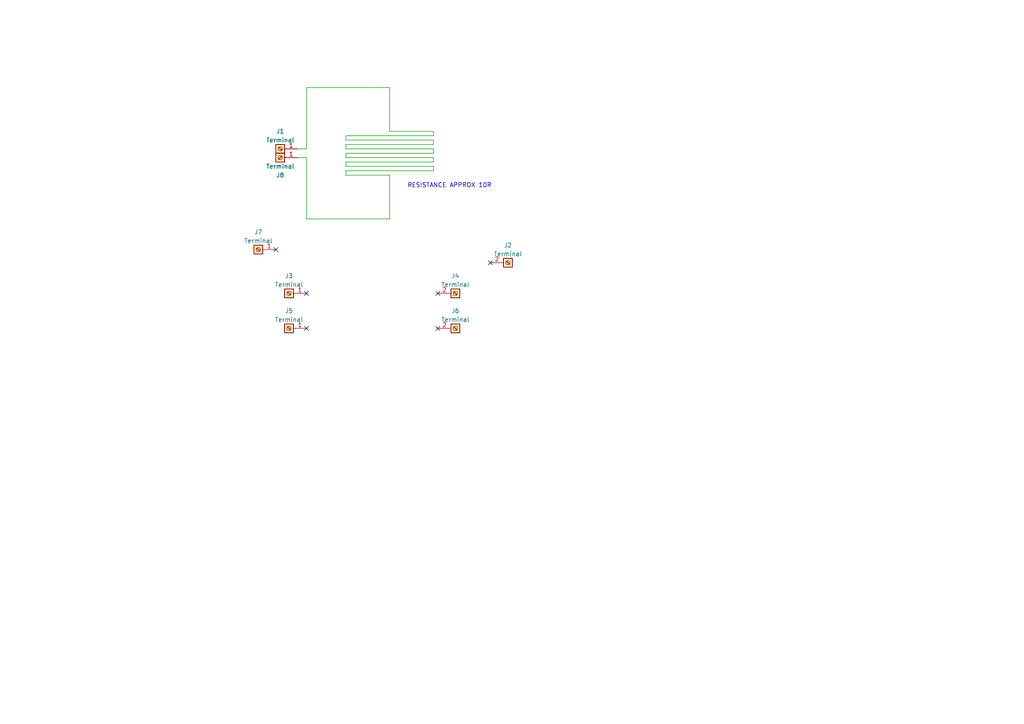
<source format=kicad_sch>
(kicad_sch (version 20230121) (generator eeschema)

  (uuid d039ca9c-7582-4388-9d8d-82324308280b)

  (paper "A4")

  (lib_symbols
    (symbol "Connector:Screw_Terminal_01x01" (pin_names (offset 1.016) hide) (in_bom yes) (on_board yes)
      (property "Reference" "J" (at 0 2.54 0)
        (effects (font (size 1.27 1.27)))
      )
      (property "Value" "Screw_Terminal_01x01" (at 0 -2.54 0)
        (effects (font (size 1.27 1.27)))
      )
      (property "Footprint" "" (at 0 0 0)
        (effects (font (size 1.27 1.27)) hide)
      )
      (property "Datasheet" "~" (at 0 0 0)
        (effects (font (size 1.27 1.27)) hide)
      )
      (property "ki_keywords" "screw terminal" (at 0 0 0)
        (effects (font (size 1.27 1.27)) hide)
      )
      (property "ki_description" "Generic screw terminal, single row, 01x01, script generated (kicad-library-utils/schlib/autogen/connector/)" (at 0 0 0)
        (effects (font (size 1.27 1.27)) hide)
      )
      (property "ki_fp_filters" "TerminalBlock*:*" (at 0 0 0)
        (effects (font (size 1.27 1.27)) hide)
      )
      (symbol "Screw_Terminal_01x01_1_1"
        (rectangle (start -1.27 1.27) (end 1.27 -1.27)
          (stroke (width 0.254) (type default))
          (fill (type background))
        )
        (polyline
          (pts
            (xy -0.5334 0.3302)
            (xy 0.3302 -0.508)
          )
          (stroke (width 0.1524) (type default))
          (fill (type none))
        )
        (polyline
          (pts
            (xy -0.3556 0.508)
            (xy 0.508 -0.3302)
          )
          (stroke (width 0.1524) (type default))
          (fill (type none))
        )
        (circle (center 0 0) (radius 0.635)
          (stroke (width 0.1524) (type default))
          (fill (type none))
        )
        (pin passive line (at -5.08 0 0) (length 3.81)
          (name "Pin_1" (effects (font (size 1.27 1.27))))
          (number "1" (effects (font (size 1.27 1.27))))
        )
      )
    )
    (symbol "Screw_Terminal_01x01_1" (pin_names (offset 1.016) hide) (in_bom yes) (on_board yes)
      (property "Reference" "J2" (at 0 5.08 0)
        (effects (font (size 1.27 1.27)))
      )
      (property "Value" "Terminal" (at 0 2.54 0)
        (effects (font (size 1.27 1.27)))
      )
      (property "Footprint" "Connector:Banana_Jack_1Pin" (at 0 0 0)
        (effects (font (size 1.27 1.27)) hide)
      )
      (property "Datasheet" "~" (at 0 0 0)
        (effects (font (size 1.27 1.27)) hide)
      )
      (property "ki_keywords" "screw terminal" (at 0 0 0)
        (effects (font (size 1.27 1.27)) hide)
      )
      (property "ki_description" "Generic screw terminal, single row, 01x01, script generated (kicad-library-utils/schlib/autogen/connector/)" (at 0 0 0)
        (effects (font (size 1.27 1.27)) hide)
      )
      (property "ki_fp_filters" "TerminalBlock*:*" (at 0 0 0)
        (effects (font (size 1.27 1.27)) hide)
      )
      (symbol "Screw_Terminal_01x01_1_1_1"
        (rectangle (start -1.27 1.27) (end 1.27 -1.27)
          (stroke (width 0.254) (type default))
          (fill (type background))
        )
        (polyline
          (pts
            (xy -0.5334 0.3302)
            (xy 0.3302 -0.508)
          )
          (stroke (width 0.1524) (type default))
          (fill (type none))
        )
        (polyline
          (pts
            (xy -0.3556 0.508)
            (xy 0.508 -0.3302)
          )
          (stroke (width 0.1524) (type default))
          (fill (type none))
        )
        (circle (center 0 0) (radius 0.635)
          (stroke (width 0.1524) (type default))
          (fill (type none))
        )
        (pin passive line (at -5.08 0 0) (length 3.81)
          (name "Pin_1" (effects (font (size 1.27 1.27))))
          (number "2" (effects (font (size 1.27 1.27))))
        )
      )
    )
  )


  (no_connect (at 127 95.25) (uuid 22a4c218-6d7b-4878-be22-9b29d5185848))
  (no_connect (at 88.9 85.09) (uuid 23245508-5fc7-4ebd-9925-791817cc6304))
  (no_connect (at 88.9 95.25) (uuid 571d88b1-fc95-4466-b942-8fe33fe98bc5))
  (no_connect (at 80.01 72.39) (uuid 586d2015-7bd1-4a2e-8493-1c67e3290181))
  (no_connect (at 142.24 76.2) (uuid d75c7541-1e83-42e2-a0e3-2733e3d5e42d))
  (no_connect (at 127 85.09) (uuid fdc9dd0d-1914-4090-a100-0ac6391f061d))

  (wire (pts (xy 86.36 43.18) (xy 88.9 43.18))
    (stroke (width 0) (type default))
    (uuid 0f946a3c-8f47-462d-97ed-9e8a0cb434f5)
  )
  (wire (pts (xy 125.73 40.64) (xy 100.33 40.64))
    (stroke (width 0) (type default))
    (uuid 180e668c-9d5e-4b1b-834d-f1eec6d1f87d)
  )
  (wire (pts (xy 100.33 43.18) (xy 100.33 41.91))
    (stroke (width 0) (type default))
    (uuid 1937c21e-1928-437f-b829-b1f24add3956)
  )
  (wire (pts (xy 113.03 25.4) (xy 88.9 25.4))
    (stroke (width 0) (type default))
    (uuid 1dd70871-0179-4fa5-9fd3-5d012694b536)
  )
  (wire (pts (xy 100.33 40.64) (xy 100.33 39.37))
    (stroke (width 0) (type default))
    (uuid 231a5b5c-c7c0-4511-aefc-5b82676f8d81)
  )
  (wire (pts (xy 125.73 49.53) (xy 125.73 48.26))
    (stroke (width 0) (type default))
    (uuid 2d886062-c4e7-4f1e-bf7a-9e963366b1e5)
  )
  (wire (pts (xy 86.36 45.72) (xy 88.9 45.72))
    (stroke (width 0) (type default))
    (uuid 30808657-afe7-406b-8b43-071af11b0e48)
  )
  (wire (pts (xy 125.73 39.37) (xy 125.73 38.1))
    (stroke (width 0) (type default))
    (uuid 311d7fec-07fa-40a3-968b-a159223e548f)
  )
  (wire (pts (xy 100.33 45.72) (xy 100.33 44.45))
    (stroke (width 0) (type default))
    (uuid 36231e74-9e3f-4453-b47e-0f19f87959bf)
  )
  (wire (pts (xy 100.33 41.91) (xy 125.73 41.91))
    (stroke (width 0) (type default))
    (uuid 4cf706b1-f1d4-4764-98ab-051429e7dc75)
  )
  (wire (pts (xy 113.03 38.1) (xy 125.73 38.1))
    (stroke (width 0) (type default))
    (uuid 54b4da87-1000-483f-9703-161462186805)
  )
  (wire (pts (xy 113.03 63.5) (xy 113.03 50.8))
    (stroke (width 0) (type default))
    (uuid 55dae57e-7300-4015-ac0b-7adae1673c15)
  )
  (wire (pts (xy 88.9 25.4) (xy 88.9 43.18))
    (stroke (width 0) (type default))
    (uuid 609e718a-1f94-4197-b592-e19a88593d7f)
  )
  (wire (pts (xy 125.73 46.99) (xy 125.73 45.72))
    (stroke (width 0) (type default))
    (uuid 67c93793-9705-43dd-a0f6-4939b35ef38e)
  )
  (wire (pts (xy 113.03 38.1) (xy 113.03 25.4))
    (stroke (width 0) (type default))
    (uuid 76d51bb8-35c9-4a29-b716-647dde76baee)
  )
  (wire (pts (xy 100.33 46.99) (xy 125.73 46.99))
    (stroke (width 0) (type default))
    (uuid 8323f8f3-f1ca-4986-a23f-1f7ade8ff687)
  )
  (wire (pts (xy 125.73 41.91) (xy 125.73 40.64))
    (stroke (width 0) (type default))
    (uuid 83253e39-40e9-4a60-bb0b-7b7f0b285bdd)
  )
  (wire (pts (xy 125.73 45.72) (xy 100.33 45.72))
    (stroke (width 0) (type default))
    (uuid a397a997-b575-4049-b58c-6ebbc9b64013)
  )
  (wire (pts (xy 100.33 39.37) (xy 125.73 39.37))
    (stroke (width 0) (type default))
    (uuid afe61abb-6ca7-4aca-a0a6-11afc3163546)
  )
  (wire (pts (xy 100.33 48.26) (xy 100.33 46.99))
    (stroke (width 0) (type default))
    (uuid b7da33ad-f469-4a73-b5c0-76440a6bdd4c)
  )
  (wire (pts (xy 100.33 49.53) (xy 125.73 49.53))
    (stroke (width 0) (type default))
    (uuid ba384447-a69e-4e89-97b7-c20a8da0c5da)
  )
  (wire (pts (xy 100.33 44.45) (xy 125.73 44.45))
    (stroke (width 0) (type default))
    (uuid bd3bf519-46d3-4eec-84ae-44280b38e4e0)
  )
  (wire (pts (xy 100.33 43.18) (xy 125.73 43.18))
    (stroke (width 0) (type default))
    (uuid ccf28ea0-c8fe-4701-b17c-c2feb4e5cf9e)
  )
  (wire (pts (xy 125.73 48.26) (xy 100.33 48.26))
    (stroke (width 0) (type default))
    (uuid cd3c65bc-6a97-4b81-9618-f0e153cccad8)
  )
  (wire (pts (xy 88.9 63.5) (xy 113.03 63.5))
    (stroke (width 0) (type default))
    (uuid cfc64dd9-3d90-4856-b48a-1d173e3cbd86)
  )
  (wire (pts (xy 88.9 45.72) (xy 88.9 63.5))
    (stroke (width 0) (type default))
    (uuid ef7a4e80-3dde-4145-9e99-8b081d4cfe58)
  )
  (wire (pts (xy 100.33 50.8) (xy 100.33 49.53))
    (stroke (width 0) (type default))
    (uuid f23ae4f0-a810-4260-a33a-c5af239f33b3)
  )
  (wire (pts (xy 125.73 44.45) (xy 125.73 43.18))
    (stroke (width 0) (type default))
    (uuid f48aefbb-f95f-459c-86a9-1e63b4704ff9)
  )
  (wire (pts (xy 113.03 50.8) (xy 100.33 50.8))
    (stroke (width 0) (type default))
    (uuid ffdebdda-9788-42e8-895a-8f8aeb1811c2)
  )

  (text "RESISTANCE APPROX 10R" (at 118.11 54.61 0)
    (effects (font (size 1.27 1.27)) (justify left bottom))
    (uuid 8f421352-22db-4157-a5a5-9e05676245ce)
  )

  (symbol (lib_name "Screw_Terminal_01x01_1") (lib_id "Connector:Screw_Terminal_01x01") (at 132.08 95.25 0) (unit 1)
    (in_bom yes) (on_board yes) (dnp no)
    (uuid 0258f252-e1e8-4388-a668-633a4754821b)
    (property "Reference" "J6" (at 132.08 90.17 0)
      (effects (font (size 1.27 1.27)))
    )
    (property "Value" "Terminal" (at 132.08 92.71 0)
      (effects (font (size 1.27 1.27)))
    )
    (property "Footprint" "MountingHole:MountingHole_3.2mm_M3_DIN965" (at 132.08 95.25 0)
      (effects (font (size 1.27 1.27)) hide)
    )
    (property "Datasheet" "~" (at 132.08 95.25 0)
      (effects (font (size 1.27 1.27)) hide)
    )
    (pin "2" (uuid c6c5a3e1-2730-4e63-86a2-fbaacfc47072))
    (instances
      (project "Reflow"
        (path "/d039ca9c-7582-4388-9d8d-82324308280b"
          (reference "J6") (unit 1)
        )
      )
    )
  )

  (symbol (lib_name "Screw_Terminal_01x01_1") (lib_id "Connector:Screw_Terminal_01x01") (at 147.32 76.2 0) (unit 1)
    (in_bom yes) (on_board yes) (dnp no)
    (uuid 4f8030e5-193c-4667-8c35-c6082a9d2e26)
    (property "Reference" "J2" (at 147.32 71.12 0)
      (effects (font (size 1.27 1.27)))
    )
    (property "Value" "Terminal" (at 147.32 73.66 0)
      (effects (font (size 1.27 1.27)))
    )
    (property "Footprint" "MountingHole:MountingHole_3.2mm_M3_DIN965" (at 147.32 76.2 0)
      (effects (font (size 1.27 1.27)) hide)
    )
    (property "Datasheet" "~" (at 147.32 76.2 0)
      (effects (font (size 1.27 1.27)) hide)
    )
    (pin "2" (uuid c9700939-5bac-4d4a-a677-5829fdb6cc6d))
    (instances
      (project "Reflow"
        (path "/d039ca9c-7582-4388-9d8d-82324308280b"
          (reference "J2") (unit 1)
        )
      )
    )
  )

  (symbol (lib_id "Connector:Screw_Terminal_01x01") (at 81.28 43.18 180) (unit 1)
    (in_bom yes) (on_board yes) (dnp no) (fields_autoplaced)
    (uuid 69308c45-d636-407e-8cae-489a8b45647f)
    (property "Reference" "J1" (at 81.28 38.1 0)
      (effects (font (size 1.27 1.27)))
    )
    (property "Value" "Terminal" (at 81.28 40.64 0)
      (effects (font (size 1.27 1.27)))
    )
    (property "Footprint" "Library:MountingHole_3.2mm_M3_DIN965_Pad_NO_SILKS" (at 81.28 43.18 0)
      (effects (font (size 1.27 1.27)) hide)
    )
    (property "Datasheet" "~" (at 81.28 43.18 0)
      (effects (font (size 1.27 1.27)) hide)
    )
    (pin "1" (uuid 010c41e4-e128-4a6d-8656-c576e9096d80))
    (instances
      (project "Reflow"
        (path "/d039ca9c-7582-4388-9d8d-82324308280b"
          (reference "J1") (unit 1)
        )
      )
    )
  )

  (symbol (lib_id "Connector:Screw_Terminal_01x01") (at 83.82 95.25 180) (unit 1)
    (in_bom yes) (on_board yes) (dnp no) (fields_autoplaced)
    (uuid 6fc07190-4bd0-426a-b516-05c79e132a13)
    (property "Reference" "J5" (at 83.82 90.17 0)
      (effects (font (size 1.27 1.27)))
    )
    (property "Value" "Terminal" (at 83.82 92.71 0)
      (effects (font (size 1.27 1.27)))
    )
    (property "Footprint" "MountingHole:MountingHole_3.2mm_M3_DIN965" (at 83.82 95.25 0)
      (effects (font (size 1.27 1.27)) hide)
    )
    (property "Datasheet" "~" (at 83.82 95.25 0)
      (effects (font (size 1.27 1.27)) hide)
    )
    (pin "1" (uuid cc180823-73cb-4dbd-a954-1faf16bda3f7))
    (instances
      (project "Reflow"
        (path "/d039ca9c-7582-4388-9d8d-82324308280b"
          (reference "J5") (unit 1)
        )
      )
    )
  )

  (symbol (lib_id "Connector:Screw_Terminal_01x01") (at 83.82 85.09 180) (unit 1)
    (in_bom yes) (on_board yes) (dnp no) (fields_autoplaced)
    (uuid 8a206c96-9829-4521-a0fb-f0e0dc20fb21)
    (property "Reference" "J3" (at 83.82 80.01 0)
      (effects (font (size 1.27 1.27)))
    )
    (property "Value" "Terminal" (at 83.82 82.55 0)
      (effects (font (size 1.27 1.27)))
    )
    (property "Footprint" "MountingHole:MountingHole_3.2mm_M3_DIN965" (at 83.82 85.09 0)
      (effects (font (size 1.27 1.27)) hide)
    )
    (property "Datasheet" "~" (at 83.82 85.09 0)
      (effects (font (size 1.27 1.27)) hide)
    )
    (pin "1" (uuid 7bbfa149-5bc9-4c8f-8a28-adc7a0325525))
    (instances
      (project "Reflow"
        (path "/d039ca9c-7582-4388-9d8d-82324308280b"
          (reference "J3") (unit 1)
        )
      )
    )
  )

  (symbol (lib_id "Connector:Screw_Terminal_01x01") (at 81.28 45.72 0) (mirror y) (unit 1)
    (in_bom yes) (on_board yes) (dnp no)
    (uuid afddb568-2627-4fa1-9932-332f3526b694)
    (property "Reference" "J8" (at 81.28 50.8 0)
      (effects (font (size 1.27 1.27)))
    )
    (property "Value" "Terminal" (at 81.28 48.26 0)
      (effects (font (size 1.27 1.27)))
    )
    (property "Footprint" "Library:MountingHole_3.2mm_M3_DIN965_Pad_NO_SILKS" (at 81.28 45.72 0)
      (effects (font (size 1.27 1.27)) hide)
    )
    (property "Datasheet" "~" (at 81.28 45.72 0)
      (effects (font (size 1.27 1.27)) hide)
    )
    (pin "1" (uuid d3a1d21f-509a-4b88-938d-248ef6aebe82))
    (instances
      (project "Reflow"
        (path "/d039ca9c-7582-4388-9d8d-82324308280b"
          (reference "J8") (unit 1)
        )
      )
    )
  )

  (symbol (lib_name "Screw_Terminal_01x01_1") (lib_id "Connector:Screw_Terminal_01x01") (at 132.08 85.09 0) (unit 1)
    (in_bom yes) (on_board yes) (dnp no)
    (uuid ec241361-527a-4561-ad96-1f136c1aa33e)
    (property "Reference" "J4" (at 132.08 80.01 0)
      (effects (font (size 1.27 1.27)))
    )
    (property "Value" "Terminal" (at 132.08 82.55 0)
      (effects (font (size 1.27 1.27)))
    )
    (property "Footprint" "MountingHole:MountingHole_3.2mm_M3_DIN965" (at 132.08 85.09 0)
      (effects (font (size 1.27 1.27)) hide)
    )
    (property "Datasheet" "~" (at 132.08 85.09 0)
      (effects (font (size 1.27 1.27)) hide)
    )
    (pin "2" (uuid 206b38b8-6f9f-42bc-b564-2981da247b7d))
    (instances
      (project "Reflow"
        (path "/d039ca9c-7582-4388-9d8d-82324308280b"
          (reference "J4") (unit 1)
        )
      )
    )
  )

  (symbol (lib_id "Connector:Screw_Terminal_01x01") (at 74.93 72.39 180) (unit 1)
    (in_bom yes) (on_board yes) (dnp no) (fields_autoplaced)
    (uuid f71d1bfa-883b-491f-86d5-1ea5408a14cf)
    (property "Reference" "J7" (at 74.93 67.31 0)
      (effects (font (size 1.27 1.27)))
    )
    (property "Value" "Terminal" (at 74.93 69.85 0)
      (effects (font (size 1.27 1.27)))
    )
    (property "Footprint" "MountingHole:MountingHole_3.2mm_M3_DIN965" (at 74.93 72.39 0)
      (effects (font (size 1.27 1.27)) hide)
    )
    (property "Datasheet" "~" (at 74.93 72.39 0)
      (effects (font (size 1.27 1.27)) hide)
    )
    (pin "1" (uuid 9b0e4a3f-56e0-4315-9cb8-f1bdf5467078))
    (instances
      (project "Reflow"
        (path "/d039ca9c-7582-4388-9d8d-82324308280b"
          (reference "J7") (unit 1)
        )
      )
    )
  )

  (sheet_instances
    (path "/" (page "1"))
  )
)

</source>
